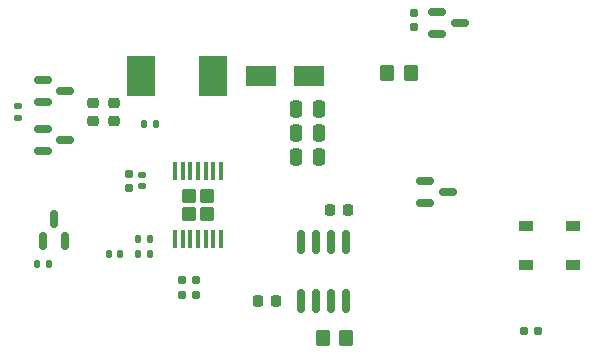
<source format=gbr>
%TF.GenerationSoftware,KiCad,Pcbnew,(6.0.6-0)*%
%TF.CreationDate,2022-08-07T14:06:52-04:00*%
%TF.ProjectId,BatteryLedStripDriver,42617474-6572-4794-9c65-645374726970,rev?*%
%TF.SameCoordinates,PX6160b60PY791ddc0*%
%TF.FileFunction,Paste,Top*%
%TF.FilePolarity,Positive*%
%FSLAX46Y46*%
G04 Gerber Fmt 4.6, Leading zero omitted, Abs format (unit mm)*
G04 Created by KiCad (PCBNEW (6.0.6-0)) date 2022-08-07 14:06:52*
%MOMM*%
%LPD*%
G01*
G04 APERTURE LIST*
G04 Aperture macros list*
%AMRoundRect*
0 Rectangle with rounded corners*
0 $1 Rounding radius*
0 $2 $3 $4 $5 $6 $7 $8 $9 X,Y pos of 4 corners*
0 Add a 4 corners polygon primitive as box body*
4,1,4,$2,$3,$4,$5,$6,$7,$8,$9,$2,$3,0*
0 Add four circle primitives for the rounded corners*
1,1,$1+$1,$2,$3*
1,1,$1+$1,$4,$5*
1,1,$1+$1,$6,$7*
1,1,$1+$1,$8,$9*
0 Add four rect primitives between the rounded corners*
20,1,$1+$1,$2,$3,$4,$5,0*
20,1,$1+$1,$4,$5,$6,$7,0*
20,1,$1+$1,$6,$7,$8,$9,0*
20,1,$1+$1,$8,$9,$2,$3,0*%
G04 Aperture macros list end*
%ADD10RoundRect,0.225000X0.225000X0.250000X-0.225000X0.250000X-0.225000X-0.250000X0.225000X-0.250000X0*%
%ADD11RoundRect,0.250000X-0.350000X-0.450000X0.350000X-0.450000X0.350000X0.450000X-0.350000X0.450000X0*%
%ADD12R,2.500000X1.800000*%
%ADD13R,1.200000X0.900000*%
%ADD14RoundRect,0.135000X-0.135000X-0.185000X0.135000X-0.185000X0.135000X0.185000X-0.135000X0.185000X0*%
%ADD15RoundRect,0.150000X0.150000X-0.587500X0.150000X0.587500X-0.150000X0.587500X-0.150000X-0.587500X0*%
%ADD16RoundRect,0.160000X-0.197500X-0.160000X0.197500X-0.160000X0.197500X0.160000X-0.197500X0.160000X0*%
%ADD17RoundRect,0.135000X-0.185000X0.135000X-0.185000X-0.135000X0.185000X-0.135000X0.185000X0.135000X0*%
%ADD18RoundRect,0.250000X0.250000X0.475000X-0.250000X0.475000X-0.250000X-0.475000X0.250000X-0.475000X0*%
%ADD19RoundRect,0.140000X0.140000X0.170000X-0.140000X0.170000X-0.140000X-0.170000X0.140000X-0.170000X0*%
%ADD20RoundRect,0.225000X-0.225000X-0.250000X0.225000X-0.250000X0.225000X0.250000X-0.225000X0.250000X0*%
%ADD21RoundRect,0.150000X-0.587500X-0.150000X0.587500X-0.150000X0.587500X0.150000X-0.587500X0.150000X0*%
%ADD22RoundRect,0.160000X0.160000X-0.197500X0.160000X0.197500X-0.160000X0.197500X-0.160000X-0.197500X0*%
%ADD23RoundRect,0.140000X0.170000X-0.140000X0.170000X0.140000X-0.170000X0.140000X-0.170000X-0.140000X0*%
%ADD24RoundRect,0.160000X0.197500X0.160000X-0.197500X0.160000X-0.197500X-0.160000X0.197500X-0.160000X0*%
%ADD25RoundRect,0.135000X0.135000X0.185000X-0.135000X0.185000X-0.135000X-0.185000X0.135000X-0.185000X0*%
%ADD26RoundRect,0.225000X-0.250000X0.225000X-0.250000X-0.225000X0.250000X-0.225000X0.250000X0.225000X0*%
%ADD27RoundRect,0.150000X-0.150000X0.825000X-0.150000X-0.825000X0.150000X-0.825000X0.150000X0.825000X0*%
%ADD28RoundRect,0.250001X-0.374999X0.354999X-0.374999X-0.354999X0.374999X-0.354999X0.374999X0.354999X0*%
%ADD29RoundRect,0.100000X-0.100000X0.687500X-0.100000X-0.687500X0.100000X-0.687500X0.100000X0.687500X0*%
%ADD30R,2.350000X3.500000*%
G04 APERTURE END LIST*
D10*
%TO.C,C2*%
X27191000Y5791200D03*
X25641000Y5791200D03*
%TD*%
D11*
%TO.C,R1*%
X31131000Y2667000D03*
X33131000Y2667000D03*
%TD*%
D12*
%TO.C,D3*%
X29940000Y24892000D03*
X25940000Y24892000D03*
%TD*%
D13*
%TO.C,D1*%
X48387000Y12191000D03*
X48387000Y8891000D03*
%TD*%
D14*
%TO.C,R2*%
X6983000Y8991600D03*
X8003000Y8991600D03*
%TD*%
D15*
%TO.C,Q1*%
X7432000Y10873500D03*
X9332000Y10873500D03*
X8382000Y12748500D03*
%TD*%
D16*
%TO.C,R8*%
X19227500Y7620000D03*
X20422500Y7620000D03*
%TD*%
D11*
%TO.C,R5*%
X36592000Y25146000D03*
X38592000Y25146000D03*
%TD*%
D17*
%TO.C,R4*%
X5334000Y22354000D03*
X5334000Y21334000D03*
%TD*%
D18*
%TO.C,C6*%
X30795000Y22047200D03*
X28895000Y22047200D03*
%TD*%
D19*
%TO.C,C10*%
X16495000Y11049000D03*
X15535000Y11049000D03*
%TD*%
D20*
%TO.C,C1*%
X31737000Y13538200D03*
X33287000Y13538200D03*
%TD*%
D16*
%TO.C,R3*%
X48170500Y3302000D03*
X49365500Y3302000D03*
%TD*%
D21*
%TO.C,Q5*%
X39829500Y15997000D03*
X39829500Y14097000D03*
X41704500Y15047000D03*
%TD*%
D22*
%TO.C,R9*%
X14732000Y15367000D03*
X14732000Y16562000D03*
%TD*%
D21*
%TO.C,Q2*%
X7444500Y24572000D03*
X7444500Y22672000D03*
X9319500Y23622000D03*
%TD*%
D23*
%TO.C,C9*%
X15875000Y15540500D03*
X15875000Y16500500D03*
%TD*%
D19*
%TO.C,C5*%
X16990000Y20828000D03*
X16030000Y20828000D03*
%TD*%
D24*
%TO.C,R6*%
X20422500Y6350000D03*
X19227500Y6350000D03*
%TD*%
D25*
%TO.C,R10*%
X16525000Y9779000D03*
X15505000Y9779000D03*
%TD*%
D26*
%TO.C,C3*%
X11684000Y22619000D03*
X11684000Y21069000D03*
%TD*%
D19*
%TO.C,C11*%
X13983000Y9779000D03*
X13023000Y9779000D03*
%TD*%
D27*
%TO.C,U1*%
X33147000Y10806200D03*
X31877000Y10806200D03*
X30607000Y10806200D03*
X29337000Y10806200D03*
X29337000Y5856200D03*
X30607000Y5856200D03*
X31877000Y5856200D03*
X33147000Y5856200D03*
%TD*%
D18*
%TO.C,C8*%
X30795000Y17983200D03*
X28895000Y17983200D03*
%TD*%
D26*
%TO.C,C4*%
X13462000Y22619000D03*
X13462000Y21069000D03*
%TD*%
D28*
%TO.C,U2*%
X21349000Y13220000D03*
X19799000Y13220000D03*
X19799000Y14720000D03*
X21349000Y14720000D03*
D29*
X22524000Y16832500D03*
X21874000Y16832500D03*
X21224000Y16832500D03*
X20574000Y16832500D03*
X19924000Y16832500D03*
X19274000Y16832500D03*
X18624000Y16832500D03*
X18624000Y11107500D03*
X19274000Y11107500D03*
X19924000Y11107500D03*
X20574000Y11107500D03*
X21224000Y11107500D03*
X21874000Y11107500D03*
X22524000Y11107500D03*
%TD*%
D22*
%TO.C,R7*%
X38862000Y28993500D03*
X38862000Y30188500D03*
%TD*%
D30*
%TO.C,L1*%
X15771000Y24892000D03*
X21821000Y24892000D03*
%TD*%
D18*
%TO.C,C7*%
X30795000Y20015200D03*
X28895000Y20015200D03*
%TD*%
D13*
%TO.C,D2*%
X52324000Y8891000D03*
X52324000Y12191000D03*
%TD*%
D21*
%TO.C,Q3*%
X7444500Y20381000D03*
X7444500Y18481000D03*
X9319500Y19431000D03*
%TD*%
%TO.C,Q4*%
X40845500Y30287000D03*
X40845500Y28387000D03*
X42720500Y29337000D03*
%TD*%
M02*

</source>
